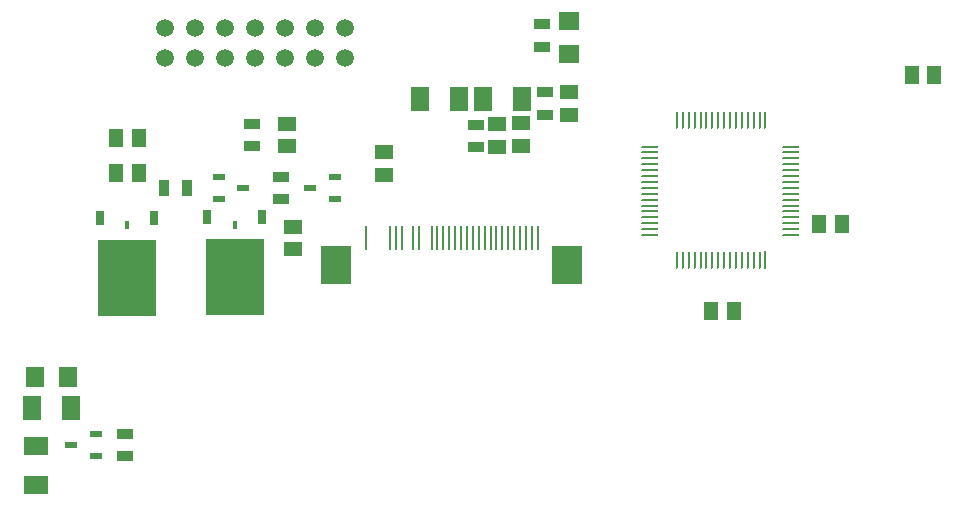
<source format=gbp>
G04 (created by PCBNEW (2013-07-07 BZR 4022)-stable) date 21/05/2014 18:52:46*
%MOIN*%
G04 Gerber Fmt 3.4, Leading zero omitted, Abs format*
%FSLAX34Y34*%
G01*
G70*
G90*
G04 APERTURE LIST*
%ADD10C,0.00590551*%
%ADD11C,0.0593*%
%ADD12R,0.0098X0.06*%
%ADD13O,0.0098X0.06*%
%ADD14O,0.06X0.0098*%
%ADD15R,0.0394X0.0236*%
%ADD16R,0.06X0.08*%
%ADD17R,0.08X0.06*%
%ADD18R,0.055X0.035*%
%ADD19R,0.035X0.055*%
%ADD20R,0.0255906X0.0492126*%
%ADD21R,0.018X0.028*%
%ADD22R,0.19685X0.255906*%
%ADD23R,0.071X0.063*%
%ADD24R,0.063X0.071*%
%ADD25R,0.059X0.0512*%
%ADD26R,0.0512X0.059*%
%ADD27R,0.01X0.08*%
%ADD28R,0.1X0.13*%
G04 APERTURE END LIST*
G54D10*
G54D11*
X11503Y14224D03*
X11503Y15224D03*
X10503Y14224D03*
X10503Y15224D03*
X9503Y14224D03*
X9503Y15224D03*
X8503Y14224D03*
X8503Y15224D03*
X7503Y14224D03*
X7503Y15224D03*
X6503Y14224D03*
X6503Y15224D03*
X5503Y14224D03*
X5503Y15224D03*
G54D12*
X25531Y7492D03*
G54D13*
X25334Y7492D03*
X25137Y7492D03*
X24940Y7492D03*
X24743Y7492D03*
X24547Y7492D03*
X24350Y7492D03*
X24153Y7492D03*
X23956Y7492D03*
X23759Y7492D03*
X23562Y7492D03*
X23366Y7492D03*
X23169Y7492D03*
X22972Y7492D03*
X22775Y7492D03*
X22578Y7492D03*
G54D14*
X21680Y8327D03*
X21680Y8524D03*
X21680Y8721D03*
X21680Y8918D03*
X21680Y9115D03*
X21680Y9311D03*
X21680Y9508D03*
X21680Y9705D03*
X21680Y9902D03*
X21680Y10099D03*
X21680Y10296D03*
X21680Y10492D03*
X21680Y10689D03*
X21680Y10886D03*
X21680Y11083D03*
X21680Y11280D03*
G54D13*
X22578Y12178D03*
X22775Y12178D03*
X22972Y12178D03*
X23169Y12178D03*
X23366Y12178D03*
X23562Y12178D03*
X23759Y12178D03*
X23956Y12178D03*
X24153Y12178D03*
X24350Y12178D03*
X24547Y12178D03*
X24743Y12178D03*
X24940Y12178D03*
X25137Y12178D03*
X25334Y12178D03*
X25531Y12178D03*
G54D14*
X26366Y11280D03*
X26366Y11083D03*
X26366Y10689D03*
X26373Y10886D03*
X26366Y10492D03*
X26366Y10296D03*
X26366Y10099D03*
X26366Y9902D03*
X26366Y9705D03*
X26366Y9508D03*
X26366Y9314D03*
X26366Y9117D03*
X26366Y8920D03*
X26366Y8723D03*
X26366Y8527D03*
X26366Y8330D03*
G54D15*
X3211Y1713D03*
X2379Y1338D03*
X3211Y963D03*
X7300Y9526D03*
X8132Y9901D03*
X7300Y10276D03*
X11183Y10276D03*
X10351Y9901D03*
X11183Y9526D03*
G54D16*
X17406Y12876D03*
X16106Y12876D03*
X15306Y12876D03*
X14006Y12876D03*
G54D17*
X1220Y0D03*
X1220Y1299D03*
G54D16*
X1082Y2578D03*
X2382Y2578D03*
G54D18*
X9389Y9526D03*
X9389Y10276D03*
X8405Y11298D03*
X8405Y12048D03*
X18070Y14605D03*
X18070Y15355D03*
G54D19*
X5491Y9905D03*
X6241Y9905D03*
G54D18*
X18196Y12341D03*
X18196Y13091D03*
X15876Y11261D03*
X15876Y12011D03*
X4173Y963D03*
X4173Y1713D03*
G54D20*
X3346Y8897D03*
X5157Y8897D03*
G54D21*
X4251Y8661D03*
G54D22*
X4251Y6899D03*
G54D20*
X6929Y8917D03*
X8740Y8917D03*
G54D21*
X7834Y8681D03*
G54D22*
X7834Y6919D03*
G54D23*
X18976Y15451D03*
X18976Y14351D03*
G54D24*
X2282Y3582D03*
X1182Y3582D03*
G54D25*
X9783Y8603D03*
X9783Y7853D03*
X9586Y11298D03*
X9586Y12048D03*
G54D26*
X4646Y11574D03*
X3896Y11574D03*
G54D25*
X17376Y11301D03*
X17376Y12051D03*
X18976Y12341D03*
X18976Y13091D03*
G54D26*
X27321Y8696D03*
X28071Y8696D03*
X23719Y5807D03*
X24469Y5807D03*
X31158Y13681D03*
X30408Y13681D03*
X3896Y10393D03*
X4646Y10393D03*
G54D25*
X16596Y11281D03*
X16596Y12031D03*
X12814Y10333D03*
X12814Y11083D03*
G54D27*
X12224Y8217D03*
X13208Y8217D03*
X13405Y8217D03*
X13996Y8217D03*
X14404Y8217D03*
X14599Y8217D03*
X15974Y8217D03*
X16174Y8217D03*
X16369Y8217D03*
X15779Y8217D03*
X17944Y8217D03*
X16564Y8217D03*
X16764Y8217D03*
X16959Y8217D03*
X17154Y8217D03*
X17354Y8217D03*
X17549Y8217D03*
X17744Y8217D03*
X15584Y8217D03*
X15384Y8217D03*
X15189Y8217D03*
X14994Y8217D03*
X14794Y8217D03*
X13011Y8217D03*
X13799Y8217D03*
G54D28*
X18914Y7337D03*
X11228Y7337D03*
M02*

</source>
